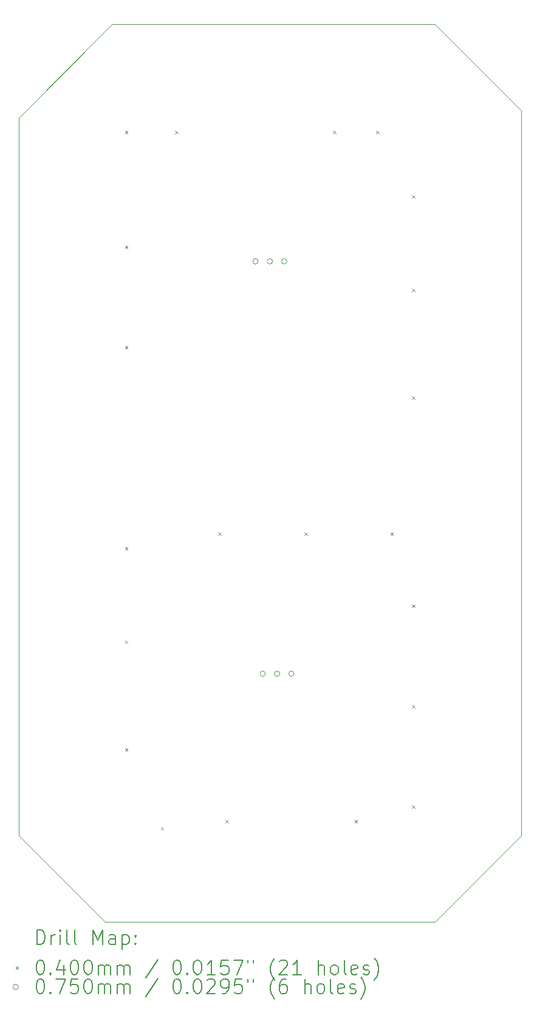
<source format=gbr>
%FSLAX45Y45*%
G04 Gerber Fmt 4.5, Leading zero omitted, Abs format (unit mm)*
G04 Created by KiCad (PCBNEW 6.0.2+dfsg-1) date 2022-11-08 00:19:26*
%MOMM*%
%LPD*%
G01*
G04 APERTURE LIST*
%TA.AperFunction,Profile*%
%ADD10C,0.100000*%
%TD*%
%ADD11C,0.200000*%
%ADD12C,0.040000*%
%ADD13C,0.075000*%
G04 APERTURE END LIST*
D10*
X13800000Y-5500000D02*
X13800000Y-15600000D01*
X13800000Y-15600000D02*
X12600000Y-16800000D01*
X12600000Y-16800000D02*
X8000000Y-16800000D01*
X8000000Y-16800000D02*
X6800000Y-15600000D01*
X6800000Y-15600000D02*
X6800000Y-5600000D01*
X6800000Y-5600000D02*
X8100000Y-4300000D01*
X8100000Y-4300000D02*
X12600000Y-4300000D01*
X12600000Y-4300000D02*
X13800000Y-5500000D01*
D11*
D12*
X8280000Y-5780000D02*
X8320000Y-5820000D01*
X8320000Y-5780000D02*
X8280000Y-5820000D01*
X8280000Y-7380000D02*
X8320000Y-7420000D01*
X8320000Y-7380000D02*
X8280000Y-7420000D01*
X8280000Y-8780000D02*
X8320000Y-8820000D01*
X8320000Y-8780000D02*
X8280000Y-8820000D01*
X8280000Y-11580000D02*
X8320000Y-11620000D01*
X8320000Y-11580000D02*
X8280000Y-11620000D01*
X8280000Y-12880000D02*
X8320000Y-12920000D01*
X8320000Y-12880000D02*
X8280000Y-12920000D01*
X8280000Y-14380000D02*
X8320000Y-14420000D01*
X8320000Y-14380000D02*
X8280000Y-14420000D01*
X8780000Y-15480000D02*
X8820000Y-15520000D01*
X8820000Y-15480000D02*
X8780000Y-15520000D01*
X8980000Y-5780000D02*
X9020000Y-5820000D01*
X9020000Y-5780000D02*
X8980000Y-5820000D01*
X9580000Y-11380000D02*
X9620000Y-11420000D01*
X9620000Y-11380000D02*
X9580000Y-11420000D01*
X9680000Y-15380000D02*
X9720000Y-15420000D01*
X9720000Y-15380000D02*
X9680000Y-15420000D01*
X10780000Y-11380000D02*
X10820000Y-11420000D01*
X10820000Y-11380000D02*
X10780000Y-11420000D01*
X11180000Y-5780000D02*
X11220000Y-5820000D01*
X11220000Y-5780000D02*
X11180000Y-5820000D01*
X11480000Y-15380000D02*
X11520000Y-15420000D01*
X11520000Y-15380000D02*
X11480000Y-15420000D01*
X11780000Y-5780000D02*
X11820000Y-5820000D01*
X11820000Y-5780000D02*
X11780000Y-5820000D01*
X11980000Y-11380000D02*
X12020000Y-11420000D01*
X12020000Y-11380000D02*
X11980000Y-11420000D01*
X12280000Y-6680000D02*
X12320000Y-6720000D01*
X12320000Y-6680000D02*
X12280000Y-6720000D01*
X12280000Y-7980000D02*
X12320000Y-8020000D01*
X12320000Y-7980000D02*
X12280000Y-8020000D01*
X12280000Y-9480000D02*
X12320000Y-9520000D01*
X12320000Y-9480000D02*
X12280000Y-9520000D01*
X12280000Y-12380000D02*
X12320000Y-12420000D01*
X12320000Y-12380000D02*
X12280000Y-12420000D01*
X12280000Y-13780000D02*
X12320000Y-13820000D01*
X12320000Y-13780000D02*
X12280000Y-13820000D01*
X12280000Y-15180000D02*
X12320000Y-15220000D01*
X12320000Y-15180000D02*
X12280000Y-15220000D01*
D13*
X10137500Y-7600000D02*
G75*
G03*
X10137500Y-7600000I-37500J0D01*
G01*
X10237500Y-13345000D02*
G75*
G03*
X10237500Y-13345000I-37500J0D01*
G01*
X10337500Y-7600000D02*
G75*
G03*
X10337500Y-7600000I-37500J0D01*
G01*
X10437500Y-13345000D02*
G75*
G03*
X10437500Y-13345000I-37500J0D01*
G01*
X10537500Y-7600000D02*
G75*
G03*
X10537500Y-7600000I-37500J0D01*
G01*
X10637500Y-13345000D02*
G75*
G03*
X10637500Y-13345000I-37500J0D01*
G01*
D11*
X7052619Y-17115476D02*
X7052619Y-16915476D01*
X7100238Y-16915476D01*
X7128809Y-16925000D01*
X7147857Y-16944048D01*
X7157381Y-16963095D01*
X7166905Y-17001190D01*
X7166905Y-17029762D01*
X7157381Y-17067857D01*
X7147857Y-17086905D01*
X7128809Y-17105952D01*
X7100238Y-17115476D01*
X7052619Y-17115476D01*
X7252619Y-17115476D02*
X7252619Y-16982143D01*
X7252619Y-17020238D02*
X7262143Y-17001190D01*
X7271667Y-16991667D01*
X7290714Y-16982143D01*
X7309762Y-16982143D01*
X7376428Y-17115476D02*
X7376428Y-16982143D01*
X7376428Y-16915476D02*
X7366905Y-16925000D01*
X7376428Y-16934524D01*
X7385952Y-16925000D01*
X7376428Y-16915476D01*
X7376428Y-16934524D01*
X7500238Y-17115476D02*
X7481190Y-17105952D01*
X7471667Y-17086905D01*
X7471667Y-16915476D01*
X7605000Y-17115476D02*
X7585952Y-17105952D01*
X7576428Y-17086905D01*
X7576428Y-16915476D01*
X7833571Y-17115476D02*
X7833571Y-16915476D01*
X7900238Y-17058333D01*
X7966905Y-16915476D01*
X7966905Y-17115476D01*
X8147857Y-17115476D02*
X8147857Y-17010714D01*
X8138333Y-16991667D01*
X8119286Y-16982143D01*
X8081190Y-16982143D01*
X8062143Y-16991667D01*
X8147857Y-17105952D02*
X8128809Y-17115476D01*
X8081190Y-17115476D01*
X8062143Y-17105952D01*
X8052619Y-17086905D01*
X8052619Y-17067857D01*
X8062143Y-17048810D01*
X8081190Y-17039286D01*
X8128809Y-17039286D01*
X8147857Y-17029762D01*
X8243095Y-16982143D02*
X8243095Y-17182143D01*
X8243095Y-16991667D02*
X8262143Y-16982143D01*
X8300238Y-16982143D01*
X8319286Y-16991667D01*
X8328809Y-17001190D01*
X8338333Y-17020238D01*
X8338333Y-17077381D01*
X8328809Y-17096429D01*
X8319286Y-17105952D01*
X8300238Y-17115476D01*
X8262143Y-17115476D01*
X8243095Y-17105952D01*
X8424048Y-17096429D02*
X8433571Y-17105952D01*
X8424048Y-17115476D01*
X8414524Y-17105952D01*
X8424048Y-17096429D01*
X8424048Y-17115476D01*
X8424048Y-16991667D02*
X8433571Y-17001190D01*
X8424048Y-17010714D01*
X8414524Y-17001190D01*
X8424048Y-16991667D01*
X8424048Y-17010714D01*
D12*
X6755000Y-17425000D02*
X6795000Y-17465000D01*
X6795000Y-17425000D02*
X6755000Y-17465000D01*
D11*
X7090714Y-17335476D02*
X7109762Y-17335476D01*
X7128809Y-17345000D01*
X7138333Y-17354524D01*
X7147857Y-17373571D01*
X7157381Y-17411667D01*
X7157381Y-17459286D01*
X7147857Y-17497381D01*
X7138333Y-17516429D01*
X7128809Y-17525952D01*
X7109762Y-17535476D01*
X7090714Y-17535476D01*
X7071667Y-17525952D01*
X7062143Y-17516429D01*
X7052619Y-17497381D01*
X7043095Y-17459286D01*
X7043095Y-17411667D01*
X7052619Y-17373571D01*
X7062143Y-17354524D01*
X7071667Y-17345000D01*
X7090714Y-17335476D01*
X7243095Y-17516429D02*
X7252619Y-17525952D01*
X7243095Y-17535476D01*
X7233571Y-17525952D01*
X7243095Y-17516429D01*
X7243095Y-17535476D01*
X7424048Y-17402143D02*
X7424048Y-17535476D01*
X7376428Y-17325952D02*
X7328809Y-17468810D01*
X7452619Y-17468810D01*
X7566905Y-17335476D02*
X7585952Y-17335476D01*
X7605000Y-17345000D01*
X7614524Y-17354524D01*
X7624048Y-17373571D01*
X7633571Y-17411667D01*
X7633571Y-17459286D01*
X7624048Y-17497381D01*
X7614524Y-17516429D01*
X7605000Y-17525952D01*
X7585952Y-17535476D01*
X7566905Y-17535476D01*
X7547857Y-17525952D01*
X7538333Y-17516429D01*
X7528809Y-17497381D01*
X7519286Y-17459286D01*
X7519286Y-17411667D01*
X7528809Y-17373571D01*
X7538333Y-17354524D01*
X7547857Y-17345000D01*
X7566905Y-17335476D01*
X7757381Y-17335476D02*
X7776428Y-17335476D01*
X7795476Y-17345000D01*
X7805000Y-17354524D01*
X7814524Y-17373571D01*
X7824048Y-17411667D01*
X7824048Y-17459286D01*
X7814524Y-17497381D01*
X7805000Y-17516429D01*
X7795476Y-17525952D01*
X7776428Y-17535476D01*
X7757381Y-17535476D01*
X7738333Y-17525952D01*
X7728809Y-17516429D01*
X7719286Y-17497381D01*
X7709762Y-17459286D01*
X7709762Y-17411667D01*
X7719286Y-17373571D01*
X7728809Y-17354524D01*
X7738333Y-17345000D01*
X7757381Y-17335476D01*
X7909762Y-17535476D02*
X7909762Y-17402143D01*
X7909762Y-17421190D02*
X7919286Y-17411667D01*
X7938333Y-17402143D01*
X7966905Y-17402143D01*
X7985952Y-17411667D01*
X7995476Y-17430714D01*
X7995476Y-17535476D01*
X7995476Y-17430714D02*
X8005000Y-17411667D01*
X8024048Y-17402143D01*
X8052619Y-17402143D01*
X8071667Y-17411667D01*
X8081190Y-17430714D01*
X8081190Y-17535476D01*
X8176428Y-17535476D02*
X8176428Y-17402143D01*
X8176428Y-17421190D02*
X8185952Y-17411667D01*
X8205000Y-17402143D01*
X8233571Y-17402143D01*
X8252619Y-17411667D01*
X8262143Y-17430714D01*
X8262143Y-17535476D01*
X8262143Y-17430714D02*
X8271667Y-17411667D01*
X8290714Y-17402143D01*
X8319286Y-17402143D01*
X8338333Y-17411667D01*
X8347857Y-17430714D01*
X8347857Y-17535476D01*
X8738333Y-17325952D02*
X8566905Y-17583095D01*
X8995476Y-17335476D02*
X9014524Y-17335476D01*
X9033571Y-17345000D01*
X9043095Y-17354524D01*
X9052619Y-17373571D01*
X9062143Y-17411667D01*
X9062143Y-17459286D01*
X9052619Y-17497381D01*
X9043095Y-17516429D01*
X9033571Y-17525952D01*
X9014524Y-17535476D01*
X8995476Y-17535476D01*
X8976429Y-17525952D01*
X8966905Y-17516429D01*
X8957381Y-17497381D01*
X8947857Y-17459286D01*
X8947857Y-17411667D01*
X8957381Y-17373571D01*
X8966905Y-17354524D01*
X8976429Y-17345000D01*
X8995476Y-17335476D01*
X9147857Y-17516429D02*
X9157381Y-17525952D01*
X9147857Y-17535476D01*
X9138333Y-17525952D01*
X9147857Y-17516429D01*
X9147857Y-17535476D01*
X9281190Y-17335476D02*
X9300238Y-17335476D01*
X9319286Y-17345000D01*
X9328810Y-17354524D01*
X9338333Y-17373571D01*
X9347857Y-17411667D01*
X9347857Y-17459286D01*
X9338333Y-17497381D01*
X9328810Y-17516429D01*
X9319286Y-17525952D01*
X9300238Y-17535476D01*
X9281190Y-17535476D01*
X9262143Y-17525952D01*
X9252619Y-17516429D01*
X9243095Y-17497381D01*
X9233571Y-17459286D01*
X9233571Y-17411667D01*
X9243095Y-17373571D01*
X9252619Y-17354524D01*
X9262143Y-17345000D01*
X9281190Y-17335476D01*
X9538333Y-17535476D02*
X9424048Y-17535476D01*
X9481190Y-17535476D02*
X9481190Y-17335476D01*
X9462143Y-17364048D01*
X9443095Y-17383095D01*
X9424048Y-17392619D01*
X9719286Y-17335476D02*
X9624048Y-17335476D01*
X9614524Y-17430714D01*
X9624048Y-17421190D01*
X9643095Y-17411667D01*
X9690714Y-17411667D01*
X9709762Y-17421190D01*
X9719286Y-17430714D01*
X9728810Y-17449762D01*
X9728810Y-17497381D01*
X9719286Y-17516429D01*
X9709762Y-17525952D01*
X9690714Y-17535476D01*
X9643095Y-17535476D01*
X9624048Y-17525952D01*
X9614524Y-17516429D01*
X9795476Y-17335476D02*
X9928810Y-17335476D01*
X9843095Y-17535476D01*
X9995476Y-17335476D02*
X9995476Y-17373571D01*
X10071667Y-17335476D02*
X10071667Y-17373571D01*
X10366905Y-17611667D02*
X10357381Y-17602143D01*
X10338333Y-17573571D01*
X10328810Y-17554524D01*
X10319286Y-17525952D01*
X10309762Y-17478333D01*
X10309762Y-17440238D01*
X10319286Y-17392619D01*
X10328810Y-17364048D01*
X10338333Y-17345000D01*
X10357381Y-17316429D01*
X10366905Y-17306905D01*
X10433571Y-17354524D02*
X10443095Y-17345000D01*
X10462143Y-17335476D01*
X10509762Y-17335476D01*
X10528810Y-17345000D01*
X10538333Y-17354524D01*
X10547857Y-17373571D01*
X10547857Y-17392619D01*
X10538333Y-17421190D01*
X10424048Y-17535476D01*
X10547857Y-17535476D01*
X10738333Y-17535476D02*
X10624048Y-17535476D01*
X10681190Y-17535476D02*
X10681190Y-17335476D01*
X10662143Y-17364048D01*
X10643095Y-17383095D01*
X10624048Y-17392619D01*
X10976429Y-17535476D02*
X10976429Y-17335476D01*
X11062143Y-17535476D02*
X11062143Y-17430714D01*
X11052619Y-17411667D01*
X11033571Y-17402143D01*
X11005000Y-17402143D01*
X10985952Y-17411667D01*
X10976429Y-17421190D01*
X11185952Y-17535476D02*
X11166905Y-17525952D01*
X11157381Y-17516429D01*
X11147857Y-17497381D01*
X11147857Y-17440238D01*
X11157381Y-17421190D01*
X11166905Y-17411667D01*
X11185952Y-17402143D01*
X11214524Y-17402143D01*
X11233571Y-17411667D01*
X11243095Y-17421190D01*
X11252619Y-17440238D01*
X11252619Y-17497381D01*
X11243095Y-17516429D01*
X11233571Y-17525952D01*
X11214524Y-17535476D01*
X11185952Y-17535476D01*
X11366905Y-17535476D02*
X11347857Y-17525952D01*
X11338333Y-17506905D01*
X11338333Y-17335476D01*
X11519286Y-17525952D02*
X11500238Y-17535476D01*
X11462143Y-17535476D01*
X11443095Y-17525952D01*
X11433571Y-17506905D01*
X11433571Y-17430714D01*
X11443095Y-17411667D01*
X11462143Y-17402143D01*
X11500238Y-17402143D01*
X11519286Y-17411667D01*
X11528809Y-17430714D01*
X11528809Y-17449762D01*
X11433571Y-17468810D01*
X11605000Y-17525952D02*
X11624048Y-17535476D01*
X11662143Y-17535476D01*
X11681190Y-17525952D01*
X11690714Y-17506905D01*
X11690714Y-17497381D01*
X11681190Y-17478333D01*
X11662143Y-17468810D01*
X11633571Y-17468810D01*
X11614524Y-17459286D01*
X11605000Y-17440238D01*
X11605000Y-17430714D01*
X11614524Y-17411667D01*
X11633571Y-17402143D01*
X11662143Y-17402143D01*
X11681190Y-17411667D01*
X11757381Y-17611667D02*
X11766905Y-17602143D01*
X11785952Y-17573571D01*
X11795476Y-17554524D01*
X11805000Y-17525952D01*
X11814524Y-17478333D01*
X11814524Y-17440238D01*
X11805000Y-17392619D01*
X11795476Y-17364048D01*
X11785952Y-17345000D01*
X11766905Y-17316429D01*
X11757381Y-17306905D01*
D13*
X6795000Y-17709000D02*
G75*
G03*
X6795000Y-17709000I-37500J0D01*
G01*
D11*
X7090714Y-17599476D02*
X7109762Y-17599476D01*
X7128809Y-17609000D01*
X7138333Y-17618524D01*
X7147857Y-17637571D01*
X7157381Y-17675667D01*
X7157381Y-17723286D01*
X7147857Y-17761381D01*
X7138333Y-17780429D01*
X7128809Y-17789952D01*
X7109762Y-17799476D01*
X7090714Y-17799476D01*
X7071667Y-17789952D01*
X7062143Y-17780429D01*
X7052619Y-17761381D01*
X7043095Y-17723286D01*
X7043095Y-17675667D01*
X7052619Y-17637571D01*
X7062143Y-17618524D01*
X7071667Y-17609000D01*
X7090714Y-17599476D01*
X7243095Y-17780429D02*
X7252619Y-17789952D01*
X7243095Y-17799476D01*
X7233571Y-17789952D01*
X7243095Y-17780429D01*
X7243095Y-17799476D01*
X7319286Y-17599476D02*
X7452619Y-17599476D01*
X7366905Y-17799476D01*
X7624048Y-17599476D02*
X7528809Y-17599476D01*
X7519286Y-17694714D01*
X7528809Y-17685190D01*
X7547857Y-17675667D01*
X7595476Y-17675667D01*
X7614524Y-17685190D01*
X7624048Y-17694714D01*
X7633571Y-17713762D01*
X7633571Y-17761381D01*
X7624048Y-17780429D01*
X7614524Y-17789952D01*
X7595476Y-17799476D01*
X7547857Y-17799476D01*
X7528809Y-17789952D01*
X7519286Y-17780429D01*
X7757381Y-17599476D02*
X7776428Y-17599476D01*
X7795476Y-17609000D01*
X7805000Y-17618524D01*
X7814524Y-17637571D01*
X7824048Y-17675667D01*
X7824048Y-17723286D01*
X7814524Y-17761381D01*
X7805000Y-17780429D01*
X7795476Y-17789952D01*
X7776428Y-17799476D01*
X7757381Y-17799476D01*
X7738333Y-17789952D01*
X7728809Y-17780429D01*
X7719286Y-17761381D01*
X7709762Y-17723286D01*
X7709762Y-17675667D01*
X7719286Y-17637571D01*
X7728809Y-17618524D01*
X7738333Y-17609000D01*
X7757381Y-17599476D01*
X7909762Y-17799476D02*
X7909762Y-17666143D01*
X7909762Y-17685190D02*
X7919286Y-17675667D01*
X7938333Y-17666143D01*
X7966905Y-17666143D01*
X7985952Y-17675667D01*
X7995476Y-17694714D01*
X7995476Y-17799476D01*
X7995476Y-17694714D02*
X8005000Y-17675667D01*
X8024048Y-17666143D01*
X8052619Y-17666143D01*
X8071667Y-17675667D01*
X8081190Y-17694714D01*
X8081190Y-17799476D01*
X8176428Y-17799476D02*
X8176428Y-17666143D01*
X8176428Y-17685190D02*
X8185952Y-17675667D01*
X8205000Y-17666143D01*
X8233571Y-17666143D01*
X8252619Y-17675667D01*
X8262143Y-17694714D01*
X8262143Y-17799476D01*
X8262143Y-17694714D02*
X8271667Y-17675667D01*
X8290714Y-17666143D01*
X8319286Y-17666143D01*
X8338333Y-17675667D01*
X8347857Y-17694714D01*
X8347857Y-17799476D01*
X8738333Y-17589952D02*
X8566905Y-17847095D01*
X8995476Y-17599476D02*
X9014524Y-17599476D01*
X9033571Y-17609000D01*
X9043095Y-17618524D01*
X9052619Y-17637571D01*
X9062143Y-17675667D01*
X9062143Y-17723286D01*
X9052619Y-17761381D01*
X9043095Y-17780429D01*
X9033571Y-17789952D01*
X9014524Y-17799476D01*
X8995476Y-17799476D01*
X8976429Y-17789952D01*
X8966905Y-17780429D01*
X8957381Y-17761381D01*
X8947857Y-17723286D01*
X8947857Y-17675667D01*
X8957381Y-17637571D01*
X8966905Y-17618524D01*
X8976429Y-17609000D01*
X8995476Y-17599476D01*
X9147857Y-17780429D02*
X9157381Y-17789952D01*
X9147857Y-17799476D01*
X9138333Y-17789952D01*
X9147857Y-17780429D01*
X9147857Y-17799476D01*
X9281190Y-17599476D02*
X9300238Y-17599476D01*
X9319286Y-17609000D01*
X9328810Y-17618524D01*
X9338333Y-17637571D01*
X9347857Y-17675667D01*
X9347857Y-17723286D01*
X9338333Y-17761381D01*
X9328810Y-17780429D01*
X9319286Y-17789952D01*
X9300238Y-17799476D01*
X9281190Y-17799476D01*
X9262143Y-17789952D01*
X9252619Y-17780429D01*
X9243095Y-17761381D01*
X9233571Y-17723286D01*
X9233571Y-17675667D01*
X9243095Y-17637571D01*
X9252619Y-17618524D01*
X9262143Y-17609000D01*
X9281190Y-17599476D01*
X9424048Y-17618524D02*
X9433571Y-17609000D01*
X9452619Y-17599476D01*
X9500238Y-17599476D01*
X9519286Y-17609000D01*
X9528810Y-17618524D01*
X9538333Y-17637571D01*
X9538333Y-17656619D01*
X9528810Y-17685190D01*
X9414524Y-17799476D01*
X9538333Y-17799476D01*
X9633571Y-17799476D02*
X9671667Y-17799476D01*
X9690714Y-17789952D01*
X9700238Y-17780429D01*
X9719286Y-17751857D01*
X9728810Y-17713762D01*
X9728810Y-17637571D01*
X9719286Y-17618524D01*
X9709762Y-17609000D01*
X9690714Y-17599476D01*
X9652619Y-17599476D01*
X9633571Y-17609000D01*
X9624048Y-17618524D01*
X9614524Y-17637571D01*
X9614524Y-17685190D01*
X9624048Y-17704238D01*
X9633571Y-17713762D01*
X9652619Y-17723286D01*
X9690714Y-17723286D01*
X9709762Y-17713762D01*
X9719286Y-17704238D01*
X9728810Y-17685190D01*
X9909762Y-17599476D02*
X9814524Y-17599476D01*
X9805000Y-17694714D01*
X9814524Y-17685190D01*
X9833571Y-17675667D01*
X9881190Y-17675667D01*
X9900238Y-17685190D01*
X9909762Y-17694714D01*
X9919286Y-17713762D01*
X9919286Y-17761381D01*
X9909762Y-17780429D01*
X9900238Y-17789952D01*
X9881190Y-17799476D01*
X9833571Y-17799476D01*
X9814524Y-17789952D01*
X9805000Y-17780429D01*
X9995476Y-17599476D02*
X9995476Y-17637571D01*
X10071667Y-17599476D02*
X10071667Y-17637571D01*
X10366905Y-17875667D02*
X10357381Y-17866143D01*
X10338333Y-17837571D01*
X10328810Y-17818524D01*
X10319286Y-17789952D01*
X10309762Y-17742333D01*
X10309762Y-17704238D01*
X10319286Y-17656619D01*
X10328810Y-17628048D01*
X10338333Y-17609000D01*
X10357381Y-17580429D01*
X10366905Y-17570905D01*
X10528810Y-17599476D02*
X10490714Y-17599476D01*
X10471667Y-17609000D01*
X10462143Y-17618524D01*
X10443095Y-17647095D01*
X10433571Y-17685190D01*
X10433571Y-17761381D01*
X10443095Y-17780429D01*
X10452619Y-17789952D01*
X10471667Y-17799476D01*
X10509762Y-17799476D01*
X10528810Y-17789952D01*
X10538333Y-17780429D01*
X10547857Y-17761381D01*
X10547857Y-17713762D01*
X10538333Y-17694714D01*
X10528810Y-17685190D01*
X10509762Y-17675667D01*
X10471667Y-17675667D01*
X10452619Y-17685190D01*
X10443095Y-17694714D01*
X10433571Y-17713762D01*
X10785952Y-17799476D02*
X10785952Y-17599476D01*
X10871667Y-17799476D02*
X10871667Y-17694714D01*
X10862143Y-17675667D01*
X10843095Y-17666143D01*
X10814524Y-17666143D01*
X10795476Y-17675667D01*
X10785952Y-17685190D01*
X10995476Y-17799476D02*
X10976429Y-17789952D01*
X10966905Y-17780429D01*
X10957381Y-17761381D01*
X10957381Y-17704238D01*
X10966905Y-17685190D01*
X10976429Y-17675667D01*
X10995476Y-17666143D01*
X11024048Y-17666143D01*
X11043095Y-17675667D01*
X11052619Y-17685190D01*
X11062143Y-17704238D01*
X11062143Y-17761381D01*
X11052619Y-17780429D01*
X11043095Y-17789952D01*
X11024048Y-17799476D01*
X10995476Y-17799476D01*
X11176429Y-17799476D02*
X11157381Y-17789952D01*
X11147857Y-17770905D01*
X11147857Y-17599476D01*
X11328809Y-17789952D02*
X11309762Y-17799476D01*
X11271667Y-17799476D01*
X11252619Y-17789952D01*
X11243095Y-17770905D01*
X11243095Y-17694714D01*
X11252619Y-17675667D01*
X11271667Y-17666143D01*
X11309762Y-17666143D01*
X11328809Y-17675667D01*
X11338333Y-17694714D01*
X11338333Y-17713762D01*
X11243095Y-17732810D01*
X11414524Y-17789952D02*
X11433571Y-17799476D01*
X11471667Y-17799476D01*
X11490714Y-17789952D01*
X11500238Y-17770905D01*
X11500238Y-17761381D01*
X11490714Y-17742333D01*
X11471667Y-17732810D01*
X11443095Y-17732810D01*
X11424048Y-17723286D01*
X11414524Y-17704238D01*
X11414524Y-17694714D01*
X11424048Y-17675667D01*
X11443095Y-17666143D01*
X11471667Y-17666143D01*
X11490714Y-17675667D01*
X11566905Y-17875667D02*
X11576428Y-17866143D01*
X11595476Y-17837571D01*
X11605000Y-17818524D01*
X11614524Y-17789952D01*
X11624048Y-17742333D01*
X11624048Y-17704238D01*
X11614524Y-17656619D01*
X11605000Y-17628048D01*
X11595476Y-17609000D01*
X11576428Y-17580429D01*
X11566905Y-17570905D01*
M02*

</source>
